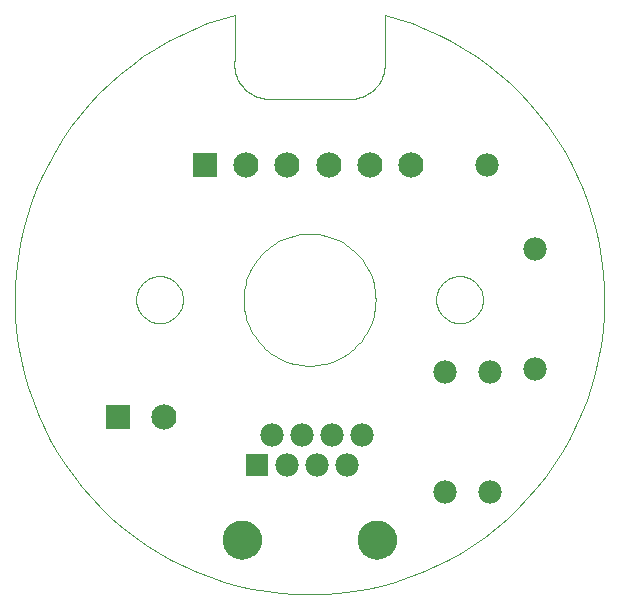
<source format=gbs>
G75*
G70*
%OFA0B0*%
%FSLAX24Y24*%
%IPPOS*%
%LPD*%
%AMOC8*
5,1,8,0,0,1.08239X$1,22.5*
%
%ADD10C,0.0010*%
%ADD11C,0.0000*%
%ADD12C,0.1300*%
%ADD13C,0.0780*%
%ADD14R,0.0780X0.0780*%
%ADD15R,0.0840X0.0840*%
%ADD16C,0.0840*%
D10*
X004154Y012400D02*
X004156Y012456D01*
X004162Y012511D01*
X004172Y012566D01*
X004186Y012620D01*
X004203Y012673D01*
X004224Y012724D01*
X004249Y012774D01*
X004278Y012822D01*
X004310Y012867D01*
X004345Y012911D01*
X004382Y012952D01*
X004423Y012989D01*
X004467Y013024D01*
X004512Y013056D01*
X004560Y013085D01*
X004610Y013110D01*
X004661Y013131D01*
X004714Y013148D01*
X004768Y013162D01*
X004823Y013172D01*
X004878Y013178D01*
X004934Y013180D01*
X004990Y013178D01*
X005045Y013172D01*
X005100Y013162D01*
X005154Y013148D01*
X005207Y013131D01*
X005258Y013110D01*
X005308Y013085D01*
X005356Y013056D01*
X005401Y013024D01*
X005445Y012989D01*
X005486Y012952D01*
X005523Y012911D01*
X005558Y012867D01*
X005590Y012822D01*
X005619Y012774D01*
X005644Y012724D01*
X005665Y012673D01*
X005682Y012620D01*
X005696Y012566D01*
X005706Y012511D01*
X005712Y012456D01*
X005714Y012400D01*
X005712Y012344D01*
X005706Y012289D01*
X005696Y012234D01*
X005682Y012180D01*
X005665Y012127D01*
X005644Y012076D01*
X005619Y012026D01*
X005590Y011978D01*
X005558Y011933D01*
X005523Y011889D01*
X005486Y011848D01*
X005445Y011811D01*
X005401Y011776D01*
X005356Y011744D01*
X005308Y011715D01*
X005258Y011690D01*
X005207Y011669D01*
X005154Y011652D01*
X005100Y011638D01*
X005045Y011628D01*
X004990Y011622D01*
X004934Y011620D01*
X004878Y011622D01*
X004823Y011628D01*
X004768Y011638D01*
X004714Y011652D01*
X004661Y011669D01*
X004610Y011690D01*
X004560Y011715D01*
X004512Y011744D01*
X004467Y011776D01*
X004423Y011811D01*
X004382Y011848D01*
X004345Y011889D01*
X004310Y011933D01*
X004278Y011978D01*
X004249Y012026D01*
X004224Y012076D01*
X004203Y012127D01*
X004186Y012180D01*
X004172Y012234D01*
X004162Y012289D01*
X004156Y012344D01*
X004154Y012400D01*
X007734Y012400D02*
X007737Y012508D01*
X007745Y012616D01*
X007758Y012723D01*
X007776Y012829D01*
X007800Y012935D01*
X007829Y013039D01*
X007863Y013141D01*
X007901Y013242D01*
X007945Y013341D01*
X007994Y013437D01*
X008047Y013531D01*
X008105Y013622D01*
X008167Y013711D01*
X008233Y013796D01*
X008304Y013877D01*
X008378Y013956D01*
X008457Y014030D01*
X008538Y014101D01*
X008623Y014167D01*
X008712Y014229D01*
X008803Y014287D01*
X008897Y014340D01*
X008993Y014389D01*
X009092Y014433D01*
X009193Y014471D01*
X009295Y014505D01*
X009399Y014534D01*
X009505Y014558D01*
X009611Y014576D01*
X009718Y014589D01*
X009826Y014597D01*
X009934Y014600D01*
X010042Y014597D01*
X010150Y014589D01*
X010257Y014576D01*
X010363Y014558D01*
X010469Y014534D01*
X010573Y014505D01*
X010675Y014471D01*
X010776Y014433D01*
X010875Y014389D01*
X010971Y014340D01*
X011065Y014287D01*
X011156Y014229D01*
X011245Y014167D01*
X011330Y014101D01*
X011411Y014030D01*
X011490Y013956D01*
X011564Y013877D01*
X011635Y013796D01*
X011701Y013711D01*
X011763Y013622D01*
X011821Y013531D01*
X011874Y013437D01*
X011923Y013341D01*
X011967Y013242D01*
X012005Y013141D01*
X012039Y013039D01*
X012068Y012935D01*
X012092Y012829D01*
X012110Y012723D01*
X012123Y012616D01*
X012131Y012508D01*
X012134Y012400D01*
X012131Y012292D01*
X012123Y012184D01*
X012110Y012077D01*
X012092Y011971D01*
X012068Y011865D01*
X012039Y011761D01*
X012005Y011659D01*
X011967Y011558D01*
X011923Y011459D01*
X011874Y011363D01*
X011821Y011269D01*
X011763Y011178D01*
X011701Y011089D01*
X011635Y011004D01*
X011564Y010923D01*
X011490Y010844D01*
X011411Y010770D01*
X011330Y010699D01*
X011245Y010633D01*
X011156Y010571D01*
X011065Y010513D01*
X010971Y010460D01*
X010875Y010411D01*
X010776Y010367D01*
X010675Y010329D01*
X010573Y010295D01*
X010469Y010266D01*
X010363Y010242D01*
X010257Y010224D01*
X010150Y010211D01*
X010042Y010203D01*
X009934Y010200D01*
X009826Y010203D01*
X009718Y010211D01*
X009611Y010224D01*
X009505Y010242D01*
X009399Y010266D01*
X009295Y010295D01*
X009193Y010329D01*
X009092Y010367D01*
X008993Y010411D01*
X008897Y010460D01*
X008803Y010513D01*
X008712Y010571D01*
X008623Y010633D01*
X008538Y010699D01*
X008457Y010770D01*
X008378Y010844D01*
X008304Y010923D01*
X008233Y011004D01*
X008167Y011089D01*
X008105Y011178D01*
X008047Y011269D01*
X007994Y011363D01*
X007945Y011459D01*
X007901Y011558D01*
X007863Y011659D01*
X007829Y011761D01*
X007800Y011865D01*
X007776Y011971D01*
X007758Y012077D01*
X007745Y012184D01*
X007737Y012292D01*
X007734Y012400D01*
X007434Y021900D02*
X006973Y021766D01*
X006519Y021610D01*
X006073Y021432D01*
X005636Y021233D01*
X005210Y021012D01*
X004794Y020771D01*
X004391Y020510D01*
X004002Y020229D01*
X003626Y019930D01*
X003266Y019613D01*
X002921Y019278D01*
X002594Y018928D01*
X002283Y018561D01*
X001991Y018180D01*
X001718Y017785D01*
X001465Y017377D01*
X001232Y016957D01*
X001020Y016526D01*
X000829Y016086D01*
X000659Y015637D01*
X000512Y015179D01*
X000388Y014716D01*
X000286Y014246D01*
X000207Y013773D01*
X000152Y013296D01*
X000120Y012817D01*
X000111Y012337D01*
X000126Y011857D01*
X000164Y011378D01*
X000226Y010902D01*
X000311Y010429D01*
X000419Y009961D01*
X000549Y009499D01*
X000702Y009044D01*
X000877Y008597D01*
X001074Y008159D01*
X001291Y007731D01*
X001530Y007314D01*
X001789Y006910D01*
X002067Y006518D01*
X002363Y006141D01*
X002678Y005778D01*
X003011Y005432D01*
X003359Y005102D01*
X003724Y004789D01*
X004103Y004495D01*
X004496Y004219D01*
X004903Y003963D01*
X005321Y003728D01*
X005750Y003513D01*
X006190Y003319D01*
X006638Y003147D01*
X007094Y002997D01*
X007557Y002869D01*
X008025Y002764D01*
X008499Y002682D01*
X008975Y002624D01*
X009454Y002589D01*
X009934Y002577D01*
X010414Y002589D01*
X010893Y002624D01*
X011369Y002682D01*
X011843Y002764D01*
X012311Y002869D01*
X012774Y002997D01*
X013230Y003147D01*
X013678Y003319D01*
X014118Y003513D01*
X014547Y003728D01*
X014965Y003963D01*
X015372Y004219D01*
X015765Y004495D01*
X016144Y004789D01*
X016509Y005102D01*
X016857Y005432D01*
X017190Y005778D01*
X017505Y006141D01*
X017801Y006518D01*
X018079Y006910D01*
X018338Y007314D01*
X018577Y007731D01*
X018794Y008159D01*
X018991Y008597D01*
X019166Y009044D01*
X019319Y009499D01*
X019449Y009961D01*
X019557Y010429D01*
X019642Y010902D01*
X019704Y011378D01*
X019742Y011857D01*
X019757Y012337D01*
X019748Y012817D01*
X019716Y013296D01*
X019661Y013773D01*
X019582Y014246D01*
X019480Y014716D01*
X019356Y015179D01*
X019209Y015637D01*
X019039Y016086D01*
X018848Y016526D01*
X018636Y016957D01*
X018403Y017377D01*
X018150Y017785D01*
X017877Y018180D01*
X017585Y018561D01*
X017274Y018928D01*
X016947Y019278D01*
X016602Y019613D01*
X016242Y019930D01*
X015866Y020229D01*
X015477Y020510D01*
X015074Y020771D01*
X014658Y021012D01*
X014232Y021233D01*
X013795Y021432D01*
X013349Y021610D01*
X012895Y021766D01*
X012434Y021900D01*
X012434Y020400D01*
X012441Y020335D01*
X012444Y020270D01*
X012443Y020205D01*
X012439Y020140D01*
X012431Y020076D01*
X012419Y020012D01*
X012404Y019948D01*
X012385Y019886D01*
X012363Y019825D01*
X012338Y019765D01*
X012309Y019707D01*
X012277Y019650D01*
X012242Y019595D01*
X012203Y019543D01*
X012162Y019492D01*
X012118Y019444D01*
X012072Y019399D01*
X012023Y019356D01*
X011972Y019316D01*
X011918Y019279D01*
X011863Y019245D01*
X011806Y019214D01*
X011747Y019186D01*
X011686Y019162D01*
X011625Y019141D01*
X011562Y019124D01*
X011498Y019110D01*
X011434Y019100D01*
X008434Y019100D01*
X008370Y019110D01*
X008306Y019124D01*
X008243Y019141D01*
X008182Y019162D01*
X008121Y019186D01*
X008062Y019214D01*
X008005Y019245D01*
X007950Y019279D01*
X007896Y019316D01*
X007845Y019356D01*
X007796Y019399D01*
X007750Y019444D01*
X007706Y019492D01*
X007665Y019543D01*
X007626Y019595D01*
X007591Y019650D01*
X007559Y019707D01*
X007530Y019765D01*
X007505Y019825D01*
X007483Y019886D01*
X007464Y019948D01*
X007449Y020012D01*
X007437Y020076D01*
X007429Y020140D01*
X007425Y020205D01*
X007424Y020270D01*
X007427Y020335D01*
X007434Y020400D01*
X007434Y021900D01*
X014154Y012400D02*
X014156Y012456D01*
X014162Y012511D01*
X014172Y012566D01*
X014186Y012620D01*
X014203Y012673D01*
X014224Y012724D01*
X014249Y012774D01*
X014278Y012822D01*
X014310Y012867D01*
X014345Y012911D01*
X014382Y012952D01*
X014423Y012989D01*
X014467Y013024D01*
X014512Y013056D01*
X014560Y013085D01*
X014610Y013110D01*
X014661Y013131D01*
X014714Y013148D01*
X014768Y013162D01*
X014823Y013172D01*
X014878Y013178D01*
X014934Y013180D01*
X014990Y013178D01*
X015045Y013172D01*
X015100Y013162D01*
X015154Y013148D01*
X015207Y013131D01*
X015258Y013110D01*
X015308Y013085D01*
X015356Y013056D01*
X015401Y013024D01*
X015445Y012989D01*
X015486Y012952D01*
X015523Y012911D01*
X015558Y012867D01*
X015590Y012822D01*
X015619Y012774D01*
X015644Y012724D01*
X015665Y012673D01*
X015682Y012620D01*
X015696Y012566D01*
X015706Y012511D01*
X015712Y012456D01*
X015714Y012400D01*
X015712Y012344D01*
X015706Y012289D01*
X015696Y012234D01*
X015682Y012180D01*
X015665Y012127D01*
X015644Y012076D01*
X015619Y012026D01*
X015590Y011978D01*
X015558Y011933D01*
X015523Y011889D01*
X015486Y011848D01*
X015445Y011811D01*
X015401Y011776D01*
X015356Y011744D01*
X015308Y011715D01*
X015258Y011690D01*
X015207Y011669D01*
X015154Y011652D01*
X015100Y011638D01*
X015045Y011628D01*
X014990Y011622D01*
X014934Y011620D01*
X014878Y011622D01*
X014823Y011628D01*
X014768Y011638D01*
X014714Y011652D01*
X014661Y011669D01*
X014610Y011690D01*
X014560Y011715D01*
X014512Y011744D01*
X014467Y011776D01*
X014423Y011811D01*
X014382Y011848D01*
X014345Y011889D01*
X014310Y011933D01*
X014278Y011978D01*
X014249Y012026D01*
X014224Y012076D01*
X014203Y012127D01*
X014186Y012180D01*
X014172Y012234D01*
X014162Y012289D01*
X014156Y012344D01*
X014154Y012400D01*
D11*
X011554Y004400D02*
X011556Y004450D01*
X011562Y004500D01*
X011572Y004549D01*
X011586Y004597D01*
X011603Y004644D01*
X011624Y004689D01*
X011649Y004733D01*
X011677Y004774D01*
X011709Y004813D01*
X011743Y004850D01*
X011780Y004884D01*
X011820Y004914D01*
X011862Y004941D01*
X011906Y004965D01*
X011952Y004986D01*
X011999Y005002D01*
X012047Y005015D01*
X012097Y005024D01*
X012146Y005029D01*
X012197Y005030D01*
X012247Y005027D01*
X012296Y005020D01*
X012345Y005009D01*
X012393Y004994D01*
X012439Y004976D01*
X012484Y004954D01*
X012527Y004928D01*
X012568Y004899D01*
X012607Y004867D01*
X012643Y004832D01*
X012675Y004794D01*
X012705Y004754D01*
X012732Y004711D01*
X012755Y004667D01*
X012774Y004621D01*
X012790Y004573D01*
X012802Y004524D01*
X012810Y004475D01*
X012814Y004425D01*
X012814Y004375D01*
X012810Y004325D01*
X012802Y004276D01*
X012790Y004227D01*
X012774Y004179D01*
X012755Y004133D01*
X012732Y004089D01*
X012705Y004046D01*
X012675Y004006D01*
X012643Y003968D01*
X012607Y003933D01*
X012568Y003901D01*
X012527Y003872D01*
X012484Y003846D01*
X012439Y003824D01*
X012393Y003806D01*
X012345Y003791D01*
X012296Y003780D01*
X012247Y003773D01*
X012197Y003770D01*
X012146Y003771D01*
X012097Y003776D01*
X012047Y003785D01*
X011999Y003798D01*
X011952Y003814D01*
X011906Y003835D01*
X011862Y003859D01*
X011820Y003886D01*
X011780Y003916D01*
X011743Y003950D01*
X011709Y003987D01*
X011677Y004026D01*
X011649Y004067D01*
X011624Y004111D01*
X011603Y004156D01*
X011586Y004203D01*
X011572Y004251D01*
X011562Y004300D01*
X011556Y004350D01*
X011554Y004400D01*
X007054Y004400D02*
X007056Y004450D01*
X007062Y004500D01*
X007072Y004549D01*
X007086Y004597D01*
X007103Y004644D01*
X007124Y004689D01*
X007149Y004733D01*
X007177Y004774D01*
X007209Y004813D01*
X007243Y004850D01*
X007280Y004884D01*
X007320Y004914D01*
X007362Y004941D01*
X007406Y004965D01*
X007452Y004986D01*
X007499Y005002D01*
X007547Y005015D01*
X007597Y005024D01*
X007646Y005029D01*
X007697Y005030D01*
X007747Y005027D01*
X007796Y005020D01*
X007845Y005009D01*
X007893Y004994D01*
X007939Y004976D01*
X007984Y004954D01*
X008027Y004928D01*
X008068Y004899D01*
X008107Y004867D01*
X008143Y004832D01*
X008175Y004794D01*
X008205Y004754D01*
X008232Y004711D01*
X008255Y004667D01*
X008274Y004621D01*
X008290Y004573D01*
X008302Y004524D01*
X008310Y004475D01*
X008314Y004425D01*
X008314Y004375D01*
X008310Y004325D01*
X008302Y004276D01*
X008290Y004227D01*
X008274Y004179D01*
X008255Y004133D01*
X008232Y004089D01*
X008205Y004046D01*
X008175Y004006D01*
X008143Y003968D01*
X008107Y003933D01*
X008068Y003901D01*
X008027Y003872D01*
X007984Y003846D01*
X007939Y003824D01*
X007893Y003806D01*
X007845Y003791D01*
X007796Y003780D01*
X007747Y003773D01*
X007697Y003770D01*
X007646Y003771D01*
X007597Y003776D01*
X007547Y003785D01*
X007499Y003798D01*
X007452Y003814D01*
X007406Y003835D01*
X007362Y003859D01*
X007320Y003886D01*
X007280Y003916D01*
X007243Y003950D01*
X007209Y003987D01*
X007177Y004026D01*
X007149Y004067D01*
X007124Y004111D01*
X007103Y004156D01*
X007086Y004203D01*
X007072Y004251D01*
X007062Y004300D01*
X007056Y004350D01*
X007054Y004400D01*
D12*
X007684Y004400D03*
X012184Y004400D03*
D13*
X014434Y006000D03*
X015934Y006000D03*
X015934Y010000D03*
X017434Y010100D03*
X014434Y010000D03*
X011684Y007900D03*
X011184Y006900D03*
X010684Y007900D03*
X010184Y006900D03*
X009684Y007900D03*
X009184Y006900D03*
X008684Y007900D03*
X015834Y016900D03*
X017434Y014100D03*
D14*
X008184Y006900D03*
D15*
X003564Y008500D03*
X006434Y016900D03*
D16*
X007812Y016900D03*
X009190Y016900D03*
X010568Y016900D03*
X011946Y016900D03*
X013324Y016900D03*
X005082Y008500D03*
M02*

</source>
